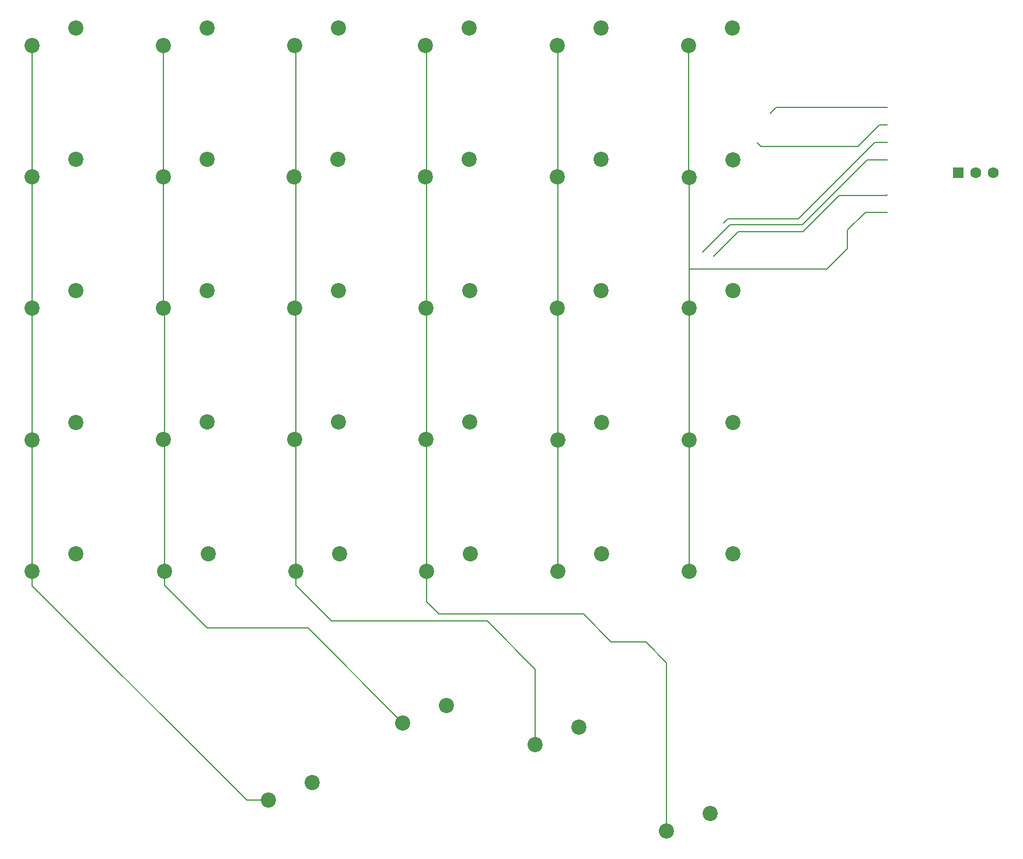
<source format=gbr>
%TF.GenerationSoftware,KiCad,Pcbnew,9.0.6*%
%TF.CreationDate,2026-01-10T21:08:18+05:30*%
%TF.ProjectId,pcb,7063622e-6b69-4636-9164-5f7063625858,rev?*%
%TF.SameCoordinates,Original*%
%TF.FileFunction,Copper,L2,Bot*%
%TF.FilePolarity,Positive*%
%FSLAX46Y46*%
G04 Gerber Fmt 4.6, Leading zero omitted, Abs format (unit mm)*
G04 Created by KiCad (PCBNEW 9.0.6) date 2026-01-10 21:08:18*
%MOMM*%
%LPD*%
G01*
G04 APERTURE LIST*
G04 Aperture macros list*
%AMRoundRect*
0 Rectangle with rounded corners*
0 $1 Rounding radius*
0 $2 $3 $4 $5 $6 $7 $8 $9 X,Y pos of 4 corners*
0 Add a 4 corners polygon primitive as box body*
4,1,4,$2,$3,$4,$5,$6,$7,$8,$9,$2,$3,0*
0 Add four circle primitives for the rounded corners*
1,1,$1+$1,$2,$3*
1,1,$1+$1,$4,$5*
1,1,$1+$1,$6,$7*
1,1,$1+$1,$8,$9*
0 Add four rect primitives between the rounded corners*
20,1,$1+$1,$2,$3,$4,$5,0*
20,1,$1+$1,$4,$5,$6,$7,0*
20,1,$1+$1,$6,$7,$8,$9,0*
20,1,$1+$1,$8,$9,$2,$3,0*%
G04 Aperture macros list end*
%TA.AperFunction,ComponentPad*%
%ADD10C,2.200000*%
%TD*%
%TA.AperFunction,ComponentPad*%
%ADD11RoundRect,0.200000X-0.600000X-0.600000X0.600000X-0.600000X0.600000X0.600000X-0.600000X0.600000X0*%
%TD*%
%TA.AperFunction,ComponentPad*%
%ADD12C,1.600000*%
%TD*%
%TA.AperFunction,ViaPad*%
%ADD13C,0.300000*%
%TD*%
%TA.AperFunction,Conductor*%
%ADD14C,0.200000*%
%TD*%
G04 APERTURE END LIST*
D10*
%TO.P,SW17,1,1*%
%TO.N,Net-(D17-A)*%
X142540000Y-66095000D03*
%TO.P,SW17,2,2*%
%TO.N,col5*%
X136190000Y-68635000D03*
%TD*%
%TO.P,SW24,1,1*%
%TO.N,Net-(D24-A)*%
X161640000Y-85220000D03*
%TO.P,SW24,2,2*%
%TO.N,col6*%
X155290000Y-87760000D03*
%TD*%
%TO.P,SW25,1,1*%
%TO.N,Net-(D25-A)*%
X66360000Y-104270000D03*
%TO.P,SW25,2,2*%
%TO.N,col1*%
X60010000Y-106810000D03*
%TD*%
%TO.P,SW9,1,1*%
%TO.N,Net-(D9-A)*%
X104375000Y-47045000D03*
%TO.P,SW9,2,2*%
%TO.N,col3*%
X98025000Y-49585000D03*
%TD*%
%TO.P,SW8,1,1*%
%TO.N,Net-(D8-A)*%
X85390000Y-47040000D03*
%TO.P,SW8,2,2*%
%TO.N,col2*%
X79040000Y-49580000D03*
%TD*%
%TO.P,SW29,1,1*%
%TO.N,Net-(D29-A)*%
X142610000Y-104220000D03*
%TO.P,SW29,2,2*%
%TO.N,col5*%
X136260000Y-106760000D03*
%TD*%
%TO.P,SW27,1,1*%
%TO.N,Net-(D27-A)*%
X104560000Y-104220000D03*
%TO.P,SW27,2,2*%
%TO.N,col3*%
X98210000Y-106760000D03*
%TD*%
%TO.P,SW7,1,1*%
%TO.N,Net-(D7-A)*%
X66310000Y-47050000D03*
%TO.P,SW7,2,2*%
%TO.N,col1*%
X59960000Y-49590000D03*
%TD*%
%TO.P,SW19,1,1*%
%TO.N,Net-(D19-A)*%
X66310000Y-85180000D03*
%TO.P,SW19,2,2*%
%TO.N,col1*%
X59960000Y-87720000D03*
%TD*%
%TO.P,SW4,1,1*%
%TO.N,Net-(D4-A)*%
X123430000Y-27990000D03*
%TO.P,SW4,2,2*%
%TO.N,col4*%
X117080000Y-30530000D03*
%TD*%
%TO.P,SW26,1,1*%
%TO.N,Net-(D26-A)*%
X85560000Y-104220000D03*
%TO.P,SW26,2,2*%
%TO.N,col2*%
X79210000Y-106760000D03*
%TD*%
%TO.P,SW18,1,1*%
%TO.N,Net-(D18-A)*%
X161640000Y-66100000D03*
%TO.P,SW18,2,2*%
%TO.N,col6*%
X155290000Y-68640000D03*
%TD*%
%TO.P,SW11,1,1*%
%TO.N,Net-(D11-A)*%
X142515000Y-47045000D03*
%TO.P,SW11,2,2*%
%TO.N,col5*%
X136165000Y-49585000D03*
%TD*%
%TO.P,SW31,1,1*%
%TO.N,Net-(D31-A)*%
X100650000Y-137460000D03*
%TO.P,SW31,2,2*%
%TO.N,col1*%
X94300000Y-140000000D03*
%TD*%
%TO.P,SW13,1,1*%
%TO.N,Net-(D13-A)*%
X66300000Y-66085000D03*
%TO.P,SW13,2,2*%
%TO.N,col1*%
X59950000Y-68625000D03*
%TD*%
%TO.P,SW32,1,1*%
%TO.N,Net-(D32-A)*%
X120090000Y-126220000D03*
%TO.P,SW32,2,2*%
%TO.N,col2*%
X113740000Y-128760000D03*
%TD*%
%TO.P,SW3,1,1*%
%TO.N,Net-(D3-A)*%
X104390000Y-27990000D03*
%TO.P,SW3,2,2*%
%TO.N,col3*%
X98040000Y-30530000D03*
%TD*%
%TO.P,SW5,1,1*%
%TO.N,Net-(D5-A)*%
X142510000Y-27990000D03*
%TO.P,SW5,2,2*%
%TO.N,col5*%
X136160000Y-30530000D03*
%TD*%
%TO.P,SW1,1,1*%
%TO.N,Net-(D1-A)*%
X66320000Y-27990000D03*
%TO.P,SW1,2,2*%
%TO.N,col1*%
X59970000Y-30530000D03*
%TD*%
%TO.P,SW34,1,1*%
%TO.N,Net-(D34-A)*%
X158390000Y-141920000D03*
%TO.P,SW34,2,2*%
%TO.N,col4*%
X152040000Y-144460000D03*
%TD*%
%TO.P,SW22,1,1*%
%TO.N,Net-(D22-A)*%
X123450000Y-85110000D03*
%TO.P,SW22,2,2*%
%TO.N,col4*%
X117100000Y-87650000D03*
%TD*%
%TO.P,SW15,1,1*%
%TO.N,Net-(D15-A)*%
X104425000Y-66100000D03*
%TO.P,SW15,2,2*%
%TO.N,col3*%
X98075000Y-68640000D03*
%TD*%
%TO.P,SW23,1,1*%
%TO.N,Net-(D23-A)*%
X142640000Y-85220000D03*
%TO.P,SW23,2,2*%
%TO.N,col5*%
X136290000Y-87760000D03*
%TD*%
%TO.P,SW30,1,1*%
%TO.N,Net-(D30-A)*%
X161640000Y-104220000D03*
%TO.P,SW30,2,2*%
%TO.N,col6*%
X155290000Y-106760000D03*
%TD*%
%TO.P,SW2,1,1*%
%TO.N,Net-(D2-A)*%
X85350000Y-27990000D03*
%TO.P,SW2,2,2*%
%TO.N,col2*%
X79000000Y-30530000D03*
%TD*%
%TO.P,SW20,1,1*%
%TO.N,Net-(D20-A)*%
X85370000Y-85150000D03*
%TO.P,SW20,2,2*%
%TO.N,col2*%
X79020000Y-87690000D03*
%TD*%
%TO.P,SW21,1,1*%
%TO.N,Net-(D21-A)*%
X104450000Y-85110000D03*
%TO.P,SW21,2,2*%
%TO.N,col3*%
X98100000Y-87650000D03*
%TD*%
D11*
%TO.P,A1,D1*%
%TO.N,N/C*%
X194304100Y-48955000D03*
D12*
%TO.P,A1,D2*%
X196844100Y-48955000D03*
%TO.P,A1,D3*%
X199384100Y-48955000D03*
%TD*%
D10*
%TO.P,SW10,1,1*%
%TO.N,Net-(D10-A)*%
X123425000Y-47045000D03*
%TO.P,SW10,2,2*%
%TO.N,col4*%
X117075000Y-49585000D03*
%TD*%
%TO.P,SW16,1,1*%
%TO.N,Net-(D16-A)*%
X123460000Y-66095000D03*
%TO.P,SW16,2,2*%
%TO.N,col4*%
X117110000Y-68635000D03*
%TD*%
%TO.P,SW33,1,1*%
%TO.N,Net-(D33-A)*%
X139340000Y-129370000D03*
%TO.P,SW33,2,2*%
%TO.N,col3*%
X132990000Y-131910000D03*
%TD*%
%TO.P,SW14,1,1*%
%TO.N,Net-(D14-A)*%
X85385000Y-66095000D03*
%TO.P,SW14,2,2*%
%TO.N,col2*%
X79035000Y-68635000D03*
%TD*%
%TO.P,SW28,1,1*%
%TO.N,Net-(D28-A)*%
X123560000Y-104220000D03*
%TO.P,SW28,2,2*%
%TO.N,col4*%
X117210000Y-106760000D03*
%TD*%
%TO.P,SW6,1,1*%
%TO.N,Net-(D6-A)*%
X161580000Y-27990000D03*
%TO.P,SW6,2,2*%
%TO.N,col6*%
X155230000Y-30530000D03*
%TD*%
%TO.P,SW12,1,1*%
%TO.N,Net-(D12-A)*%
X161620000Y-47070000D03*
%TO.P,SW12,2,2*%
%TO.N,col6*%
X155270000Y-49610000D03*
%TD*%
D13*
%TO.N,col5*%
X158890000Y-61080000D03*
X184030000Y-52145000D03*
%TO.N,col6*%
X184030000Y-54685000D03*
%TO.N,col3*%
X184010000Y-44520000D03*
X160310000Y-56240000D03*
%TO.N,col4*%
X184030000Y-47065000D03*
X157250000Y-60480000D03*
%TO.N,col2*%
X165190000Y-44650000D03*
X184030000Y-41985000D03*
%TO.N,col1*%
X184000000Y-39440000D03*
X167050000Y-40340000D03*
%TD*%
D14*
%TO.N,col5*%
X183885000Y-52290000D02*
X184030000Y-52145000D01*
X171790000Y-57550000D02*
X177050000Y-52290000D01*
X136160000Y-30530000D02*
X136260000Y-30630000D01*
X162420000Y-57550000D02*
X171790000Y-57550000D01*
X136260000Y-30630000D02*
X136260000Y-106760000D01*
X158890000Y-61080000D02*
X162420000Y-57550000D01*
X177050000Y-52290000D02*
X183885000Y-52290000D01*
%TO.N,col6*%
X178280000Y-57260000D02*
X180855000Y-54685000D01*
X180855000Y-54685000D02*
X184030000Y-54685000D01*
X155230000Y-49570000D02*
X155270000Y-49610000D01*
X155270000Y-49610000D02*
X155270000Y-62950000D01*
X155270000Y-62950000D02*
X175330000Y-62950000D01*
X175330000Y-62950000D02*
X178280000Y-60000000D01*
X155270000Y-106740000D02*
X155290000Y-106760000D01*
X155230000Y-30530000D02*
X155230000Y-49570000D01*
X178280000Y-60000000D02*
X178280000Y-57260000D01*
X155270000Y-62950000D02*
X155270000Y-106740000D01*
%TO.N,col3*%
X160880000Y-55670000D02*
X160310000Y-56240000D01*
X98210000Y-108814816D02*
X103395184Y-114000000D01*
X171120000Y-55670000D02*
X160880000Y-55670000D01*
X98210000Y-106760000D02*
X98210000Y-30700000D01*
X98210000Y-30700000D02*
X98040000Y-30530000D01*
X132990000Y-120990000D02*
X132990000Y-131910000D01*
X103395184Y-114000000D02*
X126000000Y-114000000D01*
X126000000Y-114000000D02*
X132990000Y-120990000D01*
X98210000Y-106760000D02*
X98210000Y-108814816D01*
X184010000Y-44520000D02*
X182270000Y-44520000D01*
X182270000Y-44520000D02*
X171120000Y-55670000D01*
%TO.N,col4*%
X144000000Y-117000000D02*
X149000000Y-117000000D01*
X161260000Y-56470000D02*
X171760000Y-56470000D01*
X181165000Y-47065000D02*
X184030000Y-47065000D01*
X117080000Y-30530000D02*
X117210000Y-30660000D01*
X117210000Y-30660000D02*
X117210000Y-106760000D01*
X119000000Y-113000000D02*
X140000000Y-113000000D01*
X152040000Y-120040000D02*
X152040000Y-144460000D01*
X117210000Y-106760000D02*
X117210000Y-111210000D01*
X171760000Y-56470000D02*
X181165000Y-47065000D01*
X117210000Y-111210000D02*
X119000000Y-113000000D01*
X157250000Y-60480000D02*
X161260000Y-56470000D01*
X140000000Y-113000000D02*
X144000000Y-117000000D01*
X149000000Y-117000000D02*
X152040000Y-120040000D01*
%TO.N,col2*%
X79035000Y-52745000D02*
X79035000Y-68635000D01*
X165690000Y-45150000D02*
X179750000Y-45150000D01*
X79210000Y-108814816D02*
X85395184Y-115000000D01*
X79040000Y-49580000D02*
X79040000Y-52740000D01*
X79035000Y-68635000D02*
X79210000Y-68810000D01*
X79040000Y-30570000D02*
X79000000Y-30530000D01*
X79040000Y-49580000D02*
X79040000Y-30570000D01*
X79210000Y-106760000D02*
X79210000Y-108814816D01*
X165190000Y-44650000D02*
X165690000Y-45150000D01*
X182915000Y-41985000D02*
X184030000Y-41985000D01*
X79040000Y-52740000D02*
X79035000Y-52745000D01*
X85395184Y-115000000D02*
X99980000Y-115000000D01*
X79210000Y-68810000D02*
X79210000Y-106760000D01*
X99980000Y-115000000D02*
X113740000Y-128760000D01*
X179750000Y-45150000D02*
X182915000Y-41985000D01*
%TO.N,col1*%
X60010000Y-106810000D02*
X60010000Y-108864816D01*
X60010000Y-108864816D02*
X91145184Y-140000000D01*
X184000000Y-39440000D02*
X167950000Y-39440000D01*
X60010000Y-106810000D02*
X59970000Y-106770000D01*
X91145184Y-140000000D02*
X94300000Y-140000000D01*
X167950000Y-39440000D02*
X167050000Y-40340000D01*
X59970000Y-106770000D02*
X59970000Y-30530000D01*
%TD*%
M02*

</source>
